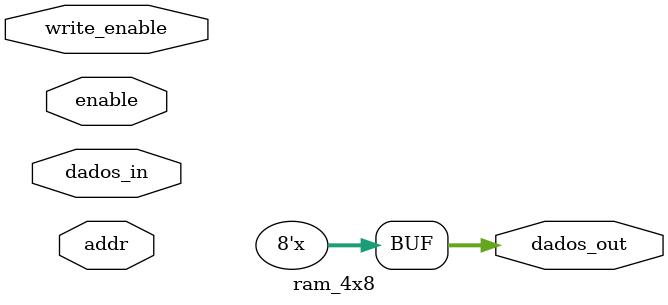
<source format=v>
module ram_4x8 (
    input wire [7:0] dados_in,
    input wire enable,
    input wire write_enable,
    input wire [1:0] addr,          // Endereço: 00, 01, 10 ou 11
    output reg [7:0] dados_out
);
    reg [7:0] ram[3:0]; // Array para quatro memórias RAM 1x8

    always @(*) begin
        if (enable) begin
            if (write_enable) begin
                ram[addr] <= dados_in; // Escreve dados na RAM selecionada
            end else begin
                dados_out <= ram[addr]; // Lê dados da RAM selecionada
            end
        end
    end
endmodule

</source>
